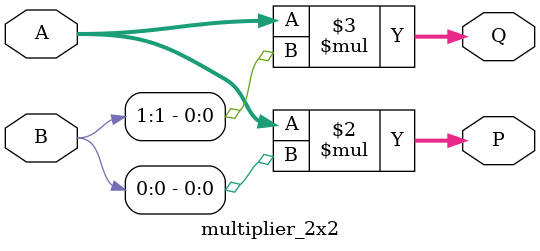
<source format=v>
module multiplier_2x2 (
    input [1:0] A,
    input [1:0] B,
    output reg [3:0] P,
    output reg [3:0] Q
);

    always @(*) begin
        P = A * B[0];
        Q = A * B[1];
    end

endmodule
</source>
